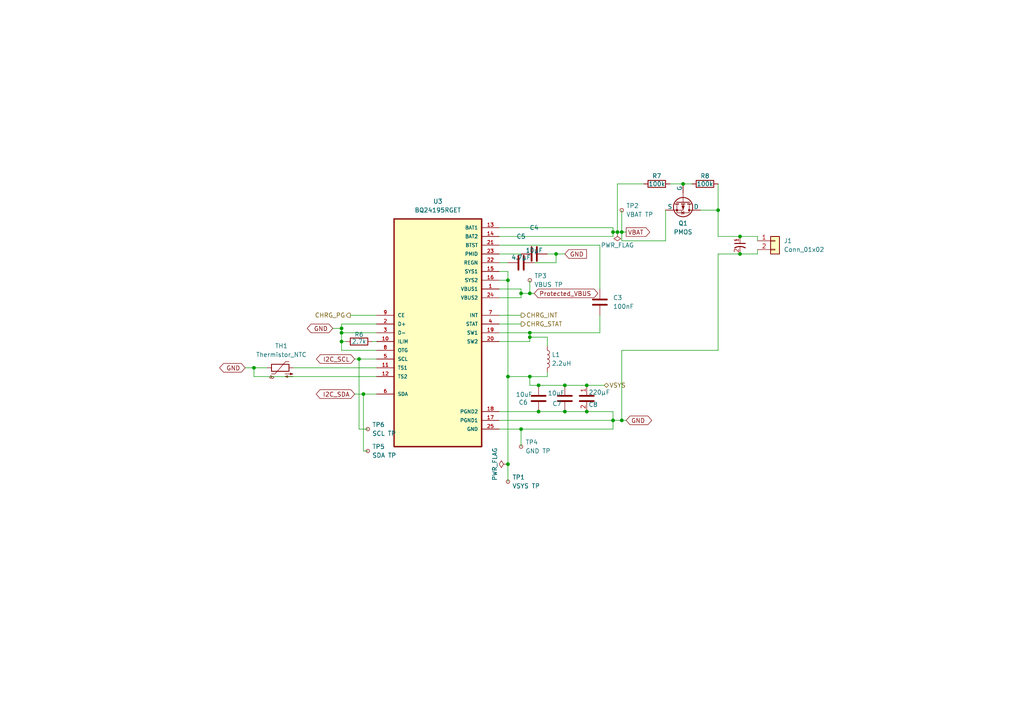
<source format=kicad_sch>
(kicad_sch (version 20231120) (generator "eeschema") (generator_version "8.0")
  (paper "A4")
  (lib_symbols
    (symbol "BQ24195RGET:BQ24195RGET" (pin_names (offset 1.016))
      (property "Reference" "U3" (at 0 38.1 0))
      (property "Value" "BQ24195RGET" (at 0 35.56 0))
      (symbol "BQ24195RGET_0_0"
        (rectangle (start -12.7 -33.02) (end 12.7 33.02) (stroke (width 0.41)) (fill (type background)))
        (pin power_in line (at 17.78 12.7 180) (length 5.08) (name "VBUS1") (number "1"))
        (pin input line (at -17.78 -2.54 0) (length 5.08) (name "ILIM") (number "10"))
        (pin input line (at -17.78 -10.16 0) (length 5.08) (name "TS1") (number "11"))
        (pin input line (at -17.78 -12.7 0) (length 5.08) (name "TS2") (number "12"))
        (pin power_in line (at 17.78 30.48 180) (length 5.08) (name "BAT1") (number "13"))
        (pin power_in line (at 17.78 27.94 180) (length 5.08) (name "BAT2") (number "14"))
        (pin power_in line (at 17.78 17.78 180) (length 5.08) (name "SYS1") (number "15"))
        (pin power_in line (at 17.78 15.24 180) (length 5.08) (name "SYS2") (number "16"))
        (pin output line (at 17.78 0 180) (length 5.08) (name "SW1") (number "19"))
        (pin input line (at -17.78 2.54 0) (length 5.08) (name "D+") (number "2"))
        (pin power_in line (at 17.78 10.16 180) (length 5.08) (name "VBUS2") (number "24"))
        (pin input line (at -17.78 0 0) (length 5.08) (name "D-") (number "3"))
        (pin output line (at 17.78 2.54 180) (length 5.08) (name "STAT") (number "4"))
        (pin input line (at -17.78 -7.62 0) (length 5.08) (name "SCL") (number "5"))
        (pin bidirectional line (at -17.78 -17.78 0) (length 5.08) (name "SDA") (number "6"))
        (pin output line (at 17.78 5.08 180) (length 5.08) (name "INT") (number "7"))
        (pin input line (at -17.78 -5.08 0) (length 5.08) (name "OTG") (number "8"))
        (pin input line (at -17.78 5.08 0) (length 5.08) (name "CE") (number "9"))
      )
      (symbol "BQ24195RGET_1_0"
        (pin passive line (at 17.78 -25.4 180) (length 5.08) (name "PGND1") (number "17"))
        (pin passive line (at 17.78 -22.86 180) (length 5.08) (name "PGND2") (number "18"))
        (pin passive line (at 17.78 -2.54 180) (length 5.08) (name "SW2") (number "20"))
        (pin bidirectional line (at 17.78 25.4 180) (length 5.08) (name "BTST") (number "21"))
        (pin bidirectional line (at 17.78 20.32 180) (length 5.08) (name "REGN") (number "22"))
        (pin bidirectional line (at 17.78 22.86 180) (length 5.08) (name "PMID") (number "23"))
        (pin passive line (at 17.78 -27.94 180) (length 5.08) (name "GND") (number "25"))
      )
    )
    (symbol "C_1" (pin_names (offset 0.254))
      (property "Reference" "C" (at 0.635 2.54 0))
      (property "Value" "C" (at 0.635 -2.54 0))
      (symbol "C_1_0_1"
        (polyline (pts (xy -2.032 -0.762) (xy 2.032 -0.762)) (stroke (width 0.508)))
        (polyline (pts (xy -2.032 0.762) (xy 2.032 0.762)) (stroke (width 0.508)))
      )
      (symbol "C_1_1_1"
        (pin passive line (at 0 3.81 270) (length 2.794) (name "~") (number "1"))
        (pin passive line (at 0 -3.81 90) (length 2.794) (name "~") (number "2"))
      )
    )
    (symbol "Connector:TestPoint_Small" (pin_numbers hide) (pin_names (offset 0.762) hide)
      (property "Reference" "TP" (at 0 3.81 0))
      (property "Value" "TestPoint_Small" (at 0 2.032 0))
      (symbol "TestPoint_Small_0_1"
        (circle (center 0 0) (radius 0.508))
      )
      (symbol "TestPoint_Small_1_1"
        (pin passive line (at 0 0 90) (length 0) (name "1") (number "1"))
      )
    )
    (symbol "Connector_Generic:Conn_01x02" (pin_names (offset 1.016) hide)
      (property "Reference" "J" (at 0 2.54 0))
      (property "Value" "Conn_01x02" (at 0 -5.08 0))
      (symbol "Conn_01x02_1_1"
        (rectangle (start -1.27 -2.413) (end 0 -2.667) (stroke (width 0.1524)))
        (rectangle (start -1.27 0.127) (end 0 -0.127) (stroke (width 0.1524)))
        (rectangle (start -1.27 1.27) (end 1.27 -3.81) (stroke (width 0.254)) (fill (type background)))
        (pin passive line (at -5.08 0 0) (length 3.81) (name "Pin_1") (number "1"))
        (pin passive line (at -5.08 -2.54 0) (length 3.81) (name "Pin_2") (number "2"))
      )
    )
    (symbol "Device:C" (pin_numbers hide) (pin_names (offset 0.254))
      (property "Reference" "C" (at 0.635 2.54 0))
      (property "Value" "C" (at 0.635 -2.54 0))
      (symbol "C_0_1"
        (polyline (pts (xy -2.032 -0.762) (xy 2.032 -0.762)) (stroke (width 0.508)))
        (polyline (pts (xy -2.032 0.762) (xy 2.032 0.762)) (stroke (width 0.508)))
      )
      (symbol "C_1_1"
        (pin passive line (at 0 3.81 270) (length 2.794) (name "~") (number "1"))
        (pin passive line (at 0 -3.81 90) (length 2.794) (name "~") (number "2"))
      )
    )
    (symbol "Device:C_Polarized_Small_US" (pin_names (offset 0.254) hide)
      (property "Reference" "C" (at 0.254 1.778 0))
      (property "Value" "C_Polarized_Small_US" (at 0.254 -2.032 0))
      (symbol "C_Polarized_Small_US_0_1"
        (polyline (pts (xy -1.524 0.508) (xy 1.524 0.508)) (stroke (width 0.3048)))
        (polyline (pts (xy -1.27 1.524) (xy -0.762 1.524)))
        (polyline (pts (xy -1.016 1.27) (xy -1.016 1.778)))
        (arc (start 1.524 -0.762) (mid 0 -0.3734) (end -1.524 -0.762) (stroke (width 0.3048)))
      )
      (symbol "C_Polarized_Small_US_1_1"
        (pin passive line (at 0 2.54 270) (length 2.032) (name "~") (number "1"))
        (pin passive line (at 0 -2.54 90) (length 2.032) (name "~") (number "2"))
      )
    )
    (symbol "Device:L" (pin_numbers hide) (pin_names (offset 1.016) hide)
      (property "Reference" "L" (at -1.27 0 90))
      (property "Value" "L" (at 1.905 0 90))
      (symbol "L_0_1"
        (arc (start 0 -2.54) (mid 0.6323 -1.905) (end 0 -1.27))
        (arc (start 0 -1.27) (mid 0.6323 -0.635) (end 0 0))
        (arc (start 0 0) (mid 0.6323 0.635) (end 0 1.27))
        (arc (start 0 1.27) (mid 0.6323 1.905) (end 0 2.54))
      )
      (symbol "L_1_1"
        (pin passive line (at 0 3.81 270) (length 1.27) (name "1") (number "1"))
        (pin passive line (at 0 -3.81 90) (length 1.27) (name "2") (number "2"))
      )
    )
    (symbol "Device:R" (pin_numbers hide) (pin_names (offset 0))
      (property "Reference" "R" (at 2.032 0 90))
      (property "Value" "R" (at 0 0 90))
      (symbol "R_0_1"
        (rectangle (start -1.016 -2.54) (end 1.016 2.54) (stroke (width 0.254)))
      )
      (symbol "R_1_1"
        (pin passive line (at 0 3.81 270) (length 1.27) (name "~") (number "1"))
        (pin passive line (at 0 -3.81 90) (length 1.27) (name "~") (number "2"))
      )
    )
    (symbol "Device:Thermistor_NTC" (pin_numbers hide) (pin_names (offset 0))
      (property "Reference" "TH" (at -4.445 0 90))
      (property "Value" "Thermistor_NTC" (at 3.175 0 90))
      (symbol "Thermistor_NTC_0_1"
        (arc (start -3.048 2.159) (mid -3.0495 2.3143) (end -3.175 2.413))
        (arc (start -3.048 2.159) (mid -2.9736 1.9794) (end -2.794 1.905))
        (arc (start -3.048 2.794) (mid -2.9736 2.6144) (end -2.794 2.54))
        (arc (start -2.794 1.905) (mid -2.6144 1.9794) (end -2.54 2.159))
        (arc (start -2.794 2.54) (mid -2.4393 2.5587) (end -2.159 2.794))
        (arc (start -2.794 3.048) (mid -2.9736 2.9736) (end -3.048 2.794))
        (arc (start -2.54 2.794) (mid -2.6144 2.9736) (end -2.794 3.048))
        (rectangle (start -1.016 2.54) (end 1.016 -2.54) (stroke (width 0.254)))
        (polyline (pts (xy -2.54 2.159) (xy -2.54 2.794)))
        (polyline (pts (xy -1.778 2.54) (xy -1.778 1.524) (xy 1.778 -1.524) (xy 1.778 -2.54)))
        (polyline (pts (xy -2.54 -3.683) (xy -2.54 -1.397) (xy -2.794 -2.159) (xy -2.286 -2.159) (xy -2.54 -1.397) (xy -2.54 -1.651)) (fill (type outline)))
        (polyline (pts (xy -1.778 -1.397) (xy -1.778 -3.683) (xy -2.032 -2.921) (xy -1.524 -2.921) (xy -1.778 -3.683) (xy -1.778 -3.429)) (fill (type outline)))
      )
      (symbol "Thermistor_NTC_1_1"
        (pin passive line (at 0 3.81 270) (length 1.27) (name "~") (number "1"))
        (pin passive line (at 0 -3.81 90) (length 1.27) (name "~") (number "2"))
      )
    )
    (symbol "Simulation_SPICE:PMOS" (pin_numbers hide) (pin_names (offset 0))
      (property "Reference" "Q" (at 5.08 1.27 0))
      (property "Value" "PMOS" (at 5.08 -1.27 0))
      (symbol "PMOS_0_1"
        (polyline (pts (xy 0.254 0) (xy -2.54 0)))
        (polyline (pts (xy 0.254 1.905) (xy 0.254 -1.905)) (stroke (width 0.254)))
        (polyline (pts (xy 0.762 -1.27) (xy 0.762 -2.286)) (stroke (width 0.254)))
        (polyline (pts (xy 0.762 0.508) (xy 0.762 -0.508)) (stroke (width 0.254)))
        (polyline (pts (xy 0.762 2.286) (xy 0.762 1.27)) (stroke (width 0.254)))
        (polyline (pts (xy 2.54 2.54) (xy 2.54 1.778)))
        (polyline (pts (xy 2.54 -2.54) (xy 2.54 0) (xy 0.762 0)))
        (polyline (pts (xy 0.762 1.778) (xy 3.302 1.778) (xy 3.302 -1.778) (xy 0.762 -1.778)))
        (polyline (pts (xy 2.286 0) (xy 1.27 0.381) (xy 1.27 -0.381) (xy 2.286 0)) (fill (type outline)))
        (polyline (pts (xy 2.794 -0.508) (xy 2.921 -0.381) (xy 3.683 -0.381) (xy 3.81 -0.254)))
        (polyline (pts (xy 3.302 -0.381) (xy 2.921 0.254) (xy 3.683 0.254) (xy 3.302 -0.381)))
        (circle (center 1.651 0) (radius 2.794) (stroke (width 0.254)))
        (circle (center 2.54 -1.778) (radius 0.254) (fill (type outline)))
        (circle (center 2.54 1.778) (radius 0.254) (fill (type outline)))
      )
      (symbol "PMOS_1_1"
        (pin passive line (at 2.54 5.08 270) (length 2.54) (name "D") (number "1"))
        (pin input line (at -5.08 0 0) (length 2.54) (name "G") (number "2"))
        (pin passive line (at 2.54 -5.08 90) (length 2.54) (name "S") (number "3"))
      )
    )
    (symbol "power:PWR_FLAG" (power) (pin_numbers hide) (pin_names (offset 0) hide)
      (property "Value" "PWR_FLAG" (at 0 3.81 0))
      (symbol "PWR_FLAG_0_0"
        (pin power_out line (at 0 0 90) (length 0) (name "~") (number "1"))
      )
      (symbol "PWR_FLAG_0_1"
        (polyline (pts (xy 0 0) (xy 0 1.27) (xy -1.016 1.905) (xy 0 2.54) (xy 1.016 1.905) (xy 0 1.27)))
      )
    )
  )
  (junction (at 198.12 53.34))
  (junction (at 153.67 109.22))
  (junction (at 104.14 104.14))
  (junction (at 147.32 81.28))
  (junction (at 177.8 121.92))
  (junction (at 99.06 99.06))
  (junction (at 153.67 96.52))
  (junction (at 156.21 119.38))
  (junction (at 214.63 73.66))
  (junction (at 151.13 124.46))
  (junction (at 147.32 134.62))
  (junction (at 163.83 119.38))
  (junction (at 99.06 96.52))
  (junction (at 208.28 60.96))
  (junction (at 179.07 67.31))
  (junction (at 105.41 114.3))
  (junction (at 170.18 119.38))
  (junction (at 156.21 111.76))
  (junction (at 214.63 68.58))
  (junction (at 177.8 67.31))
  (junction (at 180.34 67.31))
  (junction (at 163.83 111.76))
  (junction (at 180.34 121.92))
  (junction (at 73.66 106.68))
  (junction (at 153.67 85.09))
  (junction (at 147.32 109.22))
  (junction (at 161.29 73.66))
  (junction (at 153.67 97.79))
  (junction (at 170.18 111.76))
  (junction (at 151.13 85.09))
  (junction (at 99.06 95.25))
  (wire (pts (xy 73.66 106.68) (xy 77.47 106.68)))
  (wire (pts (xy 177.8 124.46) (xy 151.13 124.46)))
  (wire (pts (xy 105.41 130.81) (xy 106.68 130.81)))
  (wire (pts (xy 177.8 119.38) (xy 177.8 121.92)))
  (wire (pts (xy 144.78 93.98) (xy 151.13 93.98)))
  (wire (pts (xy 186.69 53.34) (xy 179.07 53.34)))
  (wire (pts (xy 177.8 66.04) (xy 177.8 67.31)))
  (wire (pts (xy 153.67 81.28) (xy 153.67 85.09)))
  (wire (pts (xy 181.61 67.31) (xy 180.34 67.31)))
  (wire (pts (xy 156.21 111.76) (xy 163.83 111.76)))
  (wire (pts (xy 99.06 93.98) (xy 99.06 95.25)))
  (wire (pts (xy 107.95 99.06) (xy 109.22 99.06)))
  (wire (pts (xy 151.13 83.82) (xy 151.13 85.09)))
  (wire (pts (xy 161.29 76.2) (xy 161.29 73.66)))
  (wire (pts (xy 144.78 91.44) (xy 151.13 91.44)))
  (wire (pts (xy 153.67 97.79) (xy 158.75 97.79)))
  (wire (pts (xy 153.67 109.22) (xy 153.67 111.76)))
  (wire (pts (xy 104.14 124.46) (xy 106.68 124.46)))
  (wire (pts (xy 163.83 119.38) (xy 170.18 119.38)))
  (wire (pts (xy 181.61 121.92) (xy 180.34 121.92)))
  (wire (pts (xy 180.34 121.92) (xy 180.34 101.6)))
  (wire (pts (xy 109.22 101.6) (xy 99.06 101.6)))
  (wire (pts (xy 101.6 91.44) (xy 109.22 91.44)))
  (wire (pts (xy 163.83 111.76) (xy 170.18 111.76)))
  (wire (pts (xy 154.94 85.09) (xy 153.67 85.09)))
  (wire (pts (xy 144.78 86.36) (xy 151.13 86.36)))
  (wire (pts (xy 147.32 134.62) (xy 147.32 139.7)))
  (wire (pts (xy 193.04 60.96) (xy 193.04 69.85)))
  (wire (pts (xy 109.22 93.98) (xy 99.06 93.98)))
  (wire (pts (xy 144.78 71.12) (xy 173.99 71.12)))
  (wire (pts (xy 153.67 111.76) (xy 156.21 111.76)))
  (wire (pts (xy 99.06 99.06) (xy 99.06 96.52)))
  (wire (pts (xy 73.66 106.68) (xy 73.66 109.22)))
  (wire (pts (xy 85.09 106.68) (xy 109.22 106.68)))
  (wire (pts (xy 151.13 85.09) (xy 151.13 86.36)))
  (wire (pts (xy 144.78 83.82) (xy 151.13 83.82)))
  (wire (pts (xy 153.67 99.06) (xy 153.67 97.79)))
  (wire (pts (xy 144.78 78.74) (xy 147.32 78.74)))
  (wire (pts (xy 144.78 66.04) (xy 177.8 66.04)))
  (wire (pts (xy 100.33 99.06) (xy 99.06 99.06)))
  (wire (pts (xy 147.32 109.22) (xy 153.67 109.22)))
  (wire (pts (xy 144.78 73.66) (xy 151.13 73.66)))
  (wire (pts (xy 194.31 53.34) (xy 198.12 53.34)))
  (wire (pts (xy 144.78 68.58) (xy 177.8 68.58)))
  (wire (pts (xy 158.75 97.79) (xy 158.75 100.33)))
  (wire (pts (xy 208.28 60.96) (xy 208.28 68.58)))
  (wire (pts (xy 161.29 73.66) (xy 163.83 73.66)))
  (wire (pts (xy 144.78 76.2) (xy 147.32 76.2)))
  (wire (pts (xy 180.34 60.96) (xy 180.34 67.31)))
  (wire (pts (xy 219.71 68.58) (xy 219.71 69.85)))
  (wire (pts (xy 154.94 76.2) (xy 161.29 76.2)))
  (wire (pts (xy 203.2 60.96) (xy 208.28 60.96)))
  (wire (pts (xy 102.87 104.14) (xy 104.14 104.14)))
  (wire (pts (xy 104.14 104.14) (xy 104.14 124.46)))
  (wire (pts (xy 99.06 96.52) (xy 99.06 95.25)))
  (wire (pts (xy 153.67 96.52) (xy 173.99 96.52)))
  (wire (pts (xy 147.32 81.28) (xy 147.32 109.22)))
  (wire (pts (xy 173.99 71.12) (xy 173.99 83.82)))
  (wire (pts (xy 151.13 124.46) (xy 144.78 124.46)))
  (wire (pts (xy 173.99 91.44) (xy 173.99 96.52)))
  (wire (pts (xy 193.04 69.85) (xy 180.34 69.85)))
  (wire (pts (xy 144.78 81.28) (xy 147.32 81.28)))
  (wire (pts (xy 170.18 111.76) (xy 175.26 111.76)))
  (wire (pts (xy 179.07 53.34) (xy 179.07 67.31)))
  (wire (pts (xy 219.71 73.66) (xy 219.71 72.39)))
  (wire (pts (xy 109.22 96.52) (xy 99.06 96.52)))
  (wire (pts (xy 158.75 107.95) (xy 158.75 109.22)))
  (wire (pts (xy 144.78 121.92) (xy 177.8 121.92)))
  (wire (pts (xy 144.78 96.52) (xy 153.67 96.52)))
  (wire (pts (xy 177.8 121.92) (xy 177.8 124.46)))
  (wire (pts (xy 180.34 101.6) (xy 208.28 101.6)))
  (wire (pts (xy 156.21 119.38) (xy 163.83 119.38)))
  (wire (pts (xy 99.06 95.25) (xy 96.52 95.25)))
  (wire (pts (xy 180.34 67.31) (xy 179.07 67.31)))
  (wire (pts (xy 147.32 109.22) (xy 147.32 134.62)))
  (wire (pts (xy 180.34 121.92) (xy 177.8 121.92)))
  (wire (pts (xy 105.41 114.3) (xy 109.22 114.3)))
  (wire (pts (xy 153.67 85.09) (xy 151.13 85.09)))
  (wire (pts (xy 208.28 53.34) (xy 208.28 60.96)))
  (wire (pts (xy 71.12 106.68) (xy 73.66 106.68)))
  (wire (pts (xy 144.78 119.38) (xy 156.21 119.38)))
  (wire (pts (xy 214.63 73.66) (xy 219.71 73.66)))
  (wire (pts (xy 158.75 73.66) (xy 161.29 73.66)))
  (wire (pts (xy 198.12 53.34) (xy 200.66 53.34)))
  (wire (pts (xy 104.14 104.14) (xy 109.22 104.14)))
  (wire (pts (xy 208.28 101.6) (xy 208.28 73.66)))
  (wire (pts (xy 147.32 78.74) (xy 147.32 81.28)))
  (wire (pts (xy 177.8 67.31) (xy 177.8 68.58)))
  (wire (pts (xy 208.28 68.58) (xy 214.63 68.58)))
  (wire (pts (xy 153.67 97.79) (xy 153.67 96.52)))
  (wire (pts (xy 151.13 124.46) (xy 151.13 129.54)))
  (wire (pts (xy 102.87 114.3) (xy 105.41 114.3)))
  (wire (pts (xy 99.06 101.6) (xy 99.06 99.06)))
  (wire (pts (xy 214.63 68.58) (xy 219.71 68.58)))
  (wire (pts (xy 158.75 109.22) (xy 153.67 109.22)))
  (wire (pts (xy 179.07 67.31) (xy 177.8 67.31)))
  (wire (pts (xy 180.34 67.31) (xy 180.34 69.85)))
  (wire (pts (xy 208.28 73.66) (xy 214.63 73.66)))
  (wire (pts (xy 170.18 119.38) (xy 177.8 119.38)))
  (wire (pts (xy 144.78 99.06) (xy 153.67 99.06)))
  (wire (pts (xy 109.22 109.22) (xy 73.66 109.22)))
  (wire (pts (xy 105.41 114.3) (xy 105.41 130.81)))
  (global_label "Protected_VBUS" (shape bidirectional) (at 154.94 85.09 0) (property "Intersheetrefs" "${INTERSHEET_REFS}" (effects (hide yes))))
  (global_label "GND" (shape input) (at 163.83 73.66 0) (property "Intersheetrefs" "${INTERSHEET_REFS}" (effects (hide yes))))
  (global_label "GND" (shape bidirectional) (at 96.52 95.25 180) (property "Intersheetrefs" "${INTERSHEET_REFS}" (effects (hide yes))))
  (global_label "GND" (shape bidirectional) (at 71.12 106.68 180) (property "Intersheetrefs" "${INTERSHEET_REFS}" (effects (hide yes))))
  (global_label "I2C_SCL" (shape bidirectional) (at 102.87 104.14 180) (property "Intersheetrefs" "${INTERSHEET_REFS}" (effects (hide yes))))
  (global_label "GND" (shape bidirectional) (at 181.61 121.92 0) (property "Intersheetrefs" "${INTERSHEET_REFS}" (effects (hide yes))))
  (global_label "I2C_SDA" (shape bidirectional) (at 102.87 114.3 180) (property "Intersheetrefs" "${INTERSHEET_REFS}" (effects (hide yes))))
  (global_label "VBAT" (shape output) (at 181.61 67.31 0) (property "Intersheetrefs" "${INTERSHEET_REFS}" (effects (hide yes))))
  (hierarchical_label "CHRG_INT" (shape output) (at 151.13 91.44 0))
  (hierarchical_label "CHRG_PG" (shape output) (at 101.6 91.44 180))
  (hierarchical_label "CHRG_STAT" (shape output) (at 151.13 93.98 0))
  (hierarchical_label "VSYS" (shape bidirectional) (at 175.26 111.76 0))
  (symbol (lib_id "Connector:TestPoint_Small") (at 106.68 124.46 0) (unit 1)
    (property "Reference" "TP6" (at 107.95 123.1899 0) (effects (justify left)))
    (property "Value" "SCL TP" (at 107.95 125.7299 0) (effects (justify left)))
    (property "Footprint" "TestPoint:TestPoint_Pad_D1.5mm" (effects (hide yes)))
    (property "Description" "test point" (effects (hide yes)))
  )
  (symbol (lib_id "power:PWR_FLAG") (at 179.07 67.31 180) (unit 1)
    (property "Reference" "#FLG03" (effects (hide yes)))
    (property "Value" "PWR_FLAG" (at 179.07 71.12 0))
    (property "Description" "Special symbol for telling ERC where power comes from" (effects (hide yes)))
  )
  (symbol (lib_id "Device:C") (at 151.13 76.2 90) (unit 1)
    (property "Reference" "C5" (at 151.13 68.58 90))
    (property "Value" "4.7µF" (at 151.13 74.676 90))
    (property "Footprint" "Capacitor_SMD:C_0603_1608Metric" (effects (hide yes)))
    (property "Description" "Unpolarized capacitor" (effects (hide yes)))
    (property "LCSC Part" "C19666" (effects (hide yes)))
  )
  (symbol (lib_id "Device:R") (at 190.5 53.34 90) (unit 1)
    (property "Reference" "R7" (at 190.5 51.054 90))
    (property "Value" "100k" (at 190.5 53.34 90))
    (property "Footprint" "Resistor_SMD:R_0603_1608Metric" (effects (hide yes)))
    (property "Description" "Resistor" (effects (hide yes)))
    (property "LCSC Part" "C14675" (effects (hide yes)))
  )
  (symbol (lib_id "Connector_Generic:Conn_01x02") (at 224.79 69.85 0) (unit 1)
    (property "Reference" "J1" (at 227.33 69.8499 0) (effects (justify left)))
    (property "Value" "Conn_01x02" (at 227.33 72.3899 0) (effects (justify left)))
    (property "Footprint" "Connector_JST:JST_PH_S2B-PH-SM4-TB_1x02-1MP_P2.00mm_Horizontal" (effects (hide yes)))
    (property "Description" "Generic connector, single row, 01x02, script generated (kicad-library-utils/schlib/autogen/connector/)" (effects (hide yes)))
    (property "LCSC Part" "C18221575" (effects (hide yes)))
  )
  (symbol (lib_id "Simulation_SPICE:PMOS") (at 198.12 58.42 270) (unit 1)
    (property "Reference" "Q1" (at 198.12 64.77 90))
    (property "Value" "PMOS" (at 198.12 67.31 90))
    (property "Footprint" "Package_TO_SOT_SMD:SOT-23" (effects (hide yes)))
    (property "Datasheet" "https://ngspice.sourceforge.io/docs/ngspice-html-manual/manual.xhtml#cha_MOSFETs" (effects (hide yes)))
    (property "Description" "P-MOSFET transistor, drain/source/gate" (effects (hide yes)))
    (property "Sim.Device" "PMOS" (effects (hide yes)))
    (property "Sim.Type" "VDMOS" (effects (hide yes)))
    (property "Sim.Pins" "1=D 2=G 3=S" (effects (hide yes)))
    (property "LCSC Part" "C3040193" (effects (hide yes)))
  )
  (symbol (lib_id "Connector:TestPoint_Small") (at 151.13 129.54 0) (unit 1)
    (property "Reference" "TP4" (at 152.4 128.2699 0) (effects (justify left)))
    (property "Value" "GND TP" (at 152.4 130.8099 0) (effects (justify left)))
    (property "Footprint" "TestPoint:TestPoint_Pad_D1.5mm" (effects (hide yes)))
    (property "Description" "test point" (effects (hide yes)))
  )
  (symbol (lib_id "Device:C") (at 156.21 115.57 180) (unit 1)
    (property "Reference" "C6" (at 151.765 116.713 0))
    (property "Value" "10uF" (at 152.019 114.427 0))
    (property "Footprint" "Capacitor_SMD:C_0603_1608Metric" (effects (hide yes)))
    (property "Description" "Unpolarized capacitor" (effects (hide yes)))
    (property "LCSC Part" "C96446" (effects (hide yes)))
  )
  (symbol (lib_id "Device:C") (at 173.99 87.63 0) (unit 1)
    (property "Reference" "C3" (at 177.8 86.3599 0) (effects (justify left)))
    (property "Value" "100nF" (at 177.8 88.8999 0) (effects (justify left)))
    (property "Footprint" "Capacitor_SMD:C_0603_1608Metric" (effects (hide yes)))
    (property "Description" "Unpolarized capacitor" (effects (hide yes)))
    (property "LCSC Part" "C14663" (effects (hide yes)))
  )
  (symbol (lib_name "C_1") (lib_id "Device:C") (at 170.18 115.57 0) (unit 1)
    (property "Reference" "C8" (at 170.688 117.348 0) (effects (justify left)))
    (property "Value" "220µF" (at 170.688 113.792 0) (effects (justify left)))
    (property "Footprint" "Capacitor_SMD:CP_Elec_6.3x7.7" (effects (hide yes)))
    (property "Description" "Unpolarized capacitor" (effects (hide yes)))
    (property "LCSC Part" "C3342" (effects (hide yes)))
  )
  (symbol (lib_id "Connector:TestPoint_Small") (at 180.34 60.96 0) (unit 1)
    (property "Reference" "TP2" (at 181.61 59.6899 0) (effects (justify left)))
    (property "Value" "VBAT TP" (at 181.61 62.2299 0) (effects (justify left)))
    (property "Footprint" "TestPoint:TestPoint_Pad_D1.5mm" (effects (hide yes)))
    (property "Description" "test point" (effects (hide yes)))
  )
  (symbol (lib_id "Device:Thermistor_NTC") (at 81.28 106.68 90) (unit 1)
    (property "Reference" "TH1" (at 81.5975 100.33 90))
    (property "Value" "Thermistor_NTC" (at 81.5975 102.87 90))
    (property "Footprint" "Resistor_SMD:R_0603_1608Metric" (effects (hide yes)))
    (property "Description" "Temperature dependent resistor, negative temperature coefficient" (effects (hide yes)))
    (property "LCSC Part" "C13564" (effects (hide yes)))
  )
  (symbol (lib_id "Device:L") (at 158.75 104.14 0) (unit 1)
    (property "Reference" "L1" (at 160.02 102.8699 0) (effects (justify left)))
    (property "Value" "2.2uH" (at 160.02 105.4099 0) (effects (justify left)))
    (property "Footprint" "Inductor_SMD:L_Changjiang_FNR6028S" (effects (hide yes)))
    (property "Description" "Inductor" (effects (hide yes)))
    (property "LCSC Part" "C266426" (effects (hide yes)))
  )
  (symbol (lib_id "BQ24195RGET:BQ24195RGET") (at 127 96.52 0) (unit 1)
    (property "Reference" "U3" (at 127 58.42 0))
    (property "Value" "BQ24195RGET" (at 127 60.96 0))
    (property "Footprint" "BQ24195RGET:QFN50P400X400X100-25N" (effects (hide yes)))
    (property "MF" "Texas Instruments" (effects (hide yes)))
    (property "Description_1" "\n                        \n                            I2C controlled 4.5A single cell charger with 5.1V, 2.1-A Synchronous boost Operation\n                        \n" (effects (hide yes)))
    (property "Package" "VQFN-24 Texas Instruments" (effects (hide yes)))
    (property "Price" "None" (effects (hide yes)))
    (property "SnapEDA_Link" "https://www.snapeda.com/parts/BQ24195RGET/Texas+Instruments/view-part/?ref=snap" (effects (hide yes)))
    (property "MP" "BQ24195RGET" (effects (hide yes)))
    (property "Availability" "In Stock" (effects (hide yes)))
    (property "Check_prices" "https://www.snapeda.com/parts/BQ24195RGET/Texas+Instruments/view-part/?ref=eda" (effects (hide yes)))
    (property "LCSC Part" "C2876710" (effects (hide yes)))
  )
  (symbol (lib_id "Device:C") (at 163.83 115.57 180) (unit 1)
    (property "Reference" "C7" (at 161.544 117.094 0))
    (property "Value" "10uF" (at 161.29 114.046 0))
    (property "Footprint" "Capacitor_SMD:C_0603_1608Metric" (effects (hide yes)))
    (property "Description" "Unpolarized capacitor" (effects (hide yes)))
    (property "LCSC Part" "C96446" (effects (hide yes)))
  )
  (symbol (lib_id "Device:R") (at 104.14 99.06 90) (unit 1)
    (property "Reference" "R6" (at 104.14 97.028 90))
    (property "Value" "2.7k" (at 104.14 99.06 90))
    (property "Footprint" "Resistor_SMD:R_0603_1608Metric" (effects (hide yes)))
    (property "Description" "Resistor" (effects (hide yes)))
    (property "LCSC Part" "C13167" (effects (hide yes)))
  )
  (symbol (lib_id "Connector:TestPoint_Small") (at 106.68 130.81 0) (unit 1)
    (property "Reference" "TP5" (at 107.95 129.5399 0) (effects (justify left)))
    (property "Value" "SDA TP" (at 107.95 132.0799 0) (effects (justify left)))
    (property "Footprint" "TestPoint:TestPoint_Pad_D1.5mm" (effects (hide yes)))
    (property "Description" "test point" (effects (hide yes)))
  )
  (symbol (lib_id "Connector:TestPoint_Small") (at 153.67 81.28 0) (unit 1)
    (property "Reference" "TP3" (at 154.94 80.0099 0) (effects (justify left)))
    (property "Value" "VBUS TP" (at 154.94 82.5499 0) (effects (justify left)))
    (property "Footprint" "TestPoint:TestPoint_Pad_D1.5mm" (effects (hide yes)))
    (property "Description" "test point" (effects (hide yes)))
  )
  (symbol (lib_id "Connector:TestPoint_Small") (at 147.32 139.7 0) (unit 1)
    (property "Reference" "TP1" (at 148.59 138.4299 0) (effects (justify left)))
    (property "Value" "VSYS TP" (at 148.59 140.9699 0) (effects (justify left)))
    (property "Footprint" "TestPoint:TestPoint_Pad_D1.5mm" (effects (hide yes)))
    (property "Description" "test point" (effects (hide yes)))
  )
  (symbol (lib_id "Device:C") (at 154.94 73.66 90) (unit 1)
    (property "Reference" "C4" (at 154.94 66.04 90))
    (property "Value" "10µF" (at 154.94 72.644 90))
    (property "Footprint" "Capacitor_SMD:C_0603_1608Metric" (effects (hide yes)))
    (property "Description" "Unpolarized capacitor" (effects (hide yes)))
    (property "LCSC Part" "C96446" (effects (hide yes)))
  )
  (symbol (lib_id "Device:C_Polarized_Small_US") (at 214.63 71.12 0) (unit 1)
    (property "Reference" "C13" (effects (hide yes)))
    (property "Value" "47µF Polarized Capacitor" (effects (hide yes)))
    (property "Footprint" "Capacitor_SMD:C_Elec_6.3x5.4" (effects (hide yes)))
    (property "Description" "Polarized capacitor, small US symbol" (effects (hide yes)))
    (property "LCSC Part" "C2836440" (effects (hide yes)))
  )
  (symbol (lib_id "Device:R") (at 204.47 53.34 90) (unit 1)
    (property "Reference" "R8" (at 204.47 51.054 90))
    (property "Value" "100k" (at 204.47 53.34 90))
    (property "Footprint" "Resistor_SMD:R_0603_1608Metric" (effects (hide yes)))
    (property "Description" "Resistor" (effects (hide yes)))
    (property "LCSC Part" "C14675" (effects (hide yes)))
  )
  (symbol (lib_id "power:PWR_FLAG") (at 147.32 134.62 90) (unit 1)
    (property "Reference" "#FLG04" (effects (hide yes)))
    (property "Value" "PWR_FLAG" (at 143.51 134.62 0))
    (property "Description" "Special symbol for telling ERC where power comes from" (effects (hide yes)))
  )
)
</source>
